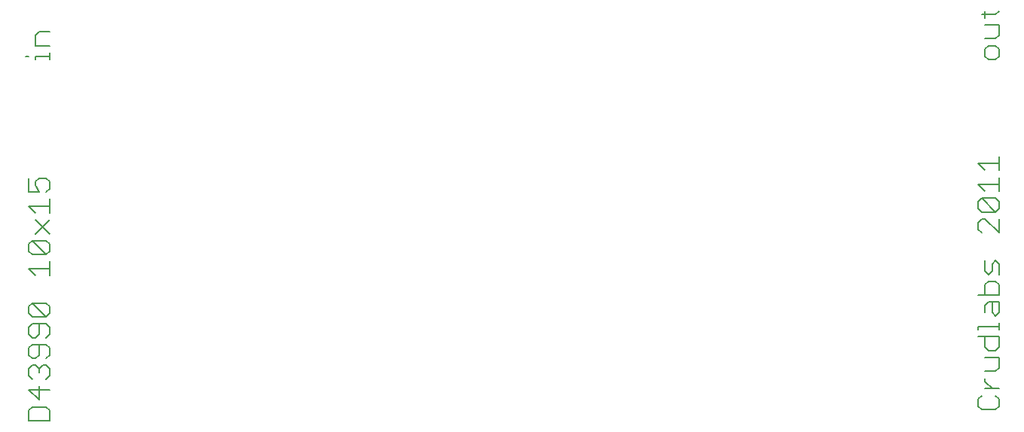
<source format=gbo>
G75*
G70*
%OFA0B0*%
%FSLAX24Y24*%
%IPPOS*%
%LPD*%
%AMOC8*
5,1,8,0,0,1.08239X$1,22.5*
%
%ADD10C,0.0080*%
D10*
X001140Y003641D02*
X001140Y004101D01*
X001294Y004255D01*
X001907Y004255D01*
X002061Y004101D01*
X002061Y003641D01*
X001140Y003641D01*
X001600Y004562D02*
X001600Y005175D01*
X001294Y005482D02*
X001140Y005636D01*
X001140Y005943D01*
X001294Y006096D01*
X001447Y006096D01*
X001600Y005943D01*
X001754Y006096D01*
X001907Y006096D01*
X002061Y005943D01*
X002061Y005636D01*
X001907Y005482D01*
X001600Y005789D02*
X001600Y005943D01*
X001447Y006403D02*
X001294Y006403D01*
X001140Y006556D01*
X001140Y006863D01*
X001294Y007017D01*
X001907Y007017D01*
X002061Y006863D01*
X002061Y006556D01*
X001907Y006403D01*
X001600Y006556D02*
X001600Y007017D01*
X001600Y006556D02*
X001447Y006403D01*
X001447Y007324D02*
X001294Y007324D01*
X001140Y007477D01*
X001140Y007784D01*
X001294Y007938D01*
X001907Y007938D01*
X002061Y007784D01*
X002061Y007477D01*
X001907Y007324D01*
X001600Y007477D02*
X001600Y007938D01*
X001294Y008245D02*
X001140Y008398D01*
X001140Y008705D01*
X001294Y008858D01*
X001907Y008245D01*
X002061Y008398D01*
X002061Y008705D01*
X001907Y008858D01*
X001294Y008858D01*
X001294Y008245D02*
X001907Y008245D01*
X001600Y007477D02*
X001447Y007324D01*
X001140Y005022D02*
X001600Y004562D01*
X001140Y005022D02*
X002061Y005022D01*
X002061Y010086D02*
X002061Y010700D01*
X002061Y010393D02*
X001140Y010393D01*
X001447Y010086D01*
X001294Y011007D02*
X001140Y011160D01*
X001140Y011467D01*
X001294Y011621D01*
X001907Y011007D01*
X002061Y011160D01*
X002061Y011467D01*
X001907Y011621D01*
X001294Y011621D01*
X001447Y011928D02*
X002061Y012541D01*
X002061Y012848D02*
X002061Y013462D01*
X002061Y013155D02*
X001140Y013155D01*
X001447Y012848D01*
X001447Y012541D02*
X002061Y011928D01*
X001907Y011007D02*
X001294Y011007D01*
X001140Y013769D02*
X001600Y013769D01*
X001447Y014076D01*
X001447Y014229D01*
X001600Y014383D01*
X001907Y014383D01*
X002061Y014229D01*
X002061Y013922D01*
X001907Y013769D01*
X001140Y013769D02*
X001140Y014383D01*
X001447Y019641D02*
X001447Y019794D01*
X002061Y019794D01*
X002061Y019641D02*
X002061Y019948D01*
X002061Y020255D02*
X001447Y020255D01*
X001447Y020715D01*
X001600Y020868D01*
X002061Y020868D01*
X001140Y019794D02*
X000987Y019794D01*
X043294Y021636D02*
X043907Y021636D01*
X044061Y021789D01*
X043447Y021789D02*
X043447Y021482D01*
X043447Y021175D02*
X044061Y021175D01*
X044061Y020715D01*
X043907Y020562D01*
X043447Y020562D01*
X043600Y020255D02*
X043447Y020101D01*
X043447Y019794D01*
X043600Y019641D01*
X043907Y019641D01*
X044061Y019794D01*
X044061Y020101D01*
X043907Y020255D01*
X043600Y020255D01*
X044061Y015343D02*
X044061Y014729D01*
X044061Y014422D02*
X044061Y013809D01*
X043907Y013502D02*
X044061Y013348D01*
X044061Y013041D01*
X043907Y012888D01*
X043294Y013502D01*
X043907Y013502D01*
X043447Y013809D02*
X043140Y014116D01*
X044061Y014116D01*
X043447Y014729D02*
X043140Y015036D01*
X044061Y015036D01*
X043294Y013502D02*
X043140Y013348D01*
X043140Y013041D01*
X043294Y012888D01*
X043907Y012888D01*
X044061Y012581D02*
X044061Y011967D01*
X043447Y012581D01*
X043294Y012581D01*
X043140Y012427D01*
X043140Y012121D01*
X043294Y011967D01*
X043447Y010739D02*
X043447Y010279D01*
X043600Y010126D01*
X043754Y010279D01*
X043754Y010586D01*
X043907Y010739D01*
X044061Y010586D01*
X044061Y010126D01*
X043907Y009819D02*
X043600Y009819D01*
X043447Y009665D01*
X043447Y009205D01*
X043140Y009205D02*
X044061Y009205D01*
X044061Y009665D01*
X043907Y009819D01*
X043754Y008898D02*
X043754Y008438D01*
X043907Y008284D01*
X044061Y008438D01*
X044061Y008898D01*
X043600Y008898D01*
X043447Y008744D01*
X043447Y008438D01*
X043140Y007824D02*
X044061Y007824D01*
X044061Y007977D02*
X044061Y007670D01*
X044061Y007363D02*
X044061Y006903D01*
X043907Y006750D01*
X043600Y006750D01*
X043447Y006903D01*
X043447Y007363D01*
X043140Y007363D02*
X044061Y007363D01*
X043140Y007670D02*
X043140Y007824D01*
X043447Y006443D02*
X044061Y006443D01*
X044061Y005982D01*
X043907Y005829D01*
X043447Y005829D01*
X043447Y005522D02*
X043447Y005368D01*
X043754Y005062D01*
X044061Y005062D02*
X043447Y005062D01*
X043294Y004755D02*
X043140Y004601D01*
X043140Y004294D01*
X043294Y004141D01*
X043907Y004141D01*
X044061Y004294D01*
X044061Y004601D01*
X043907Y004755D01*
M02*

</source>
